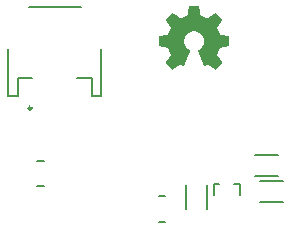
<source format=gbo>
G04*
G04 #@! TF.GenerationSoftware,Altium Limited,Altium Designer,22.10.1 (41)*
G04*
G04 Layer_Color=32896*
%FSLAX44Y44*%
%MOMM*%
G71*
G04*
G04 #@! TF.SameCoordinates,27488822-8B8A-45CA-B0CB-A5C5B456CCF3*
G04*
G04*
G04 #@! TF.FilePolarity,Positive*
G04*
G01*
G75*
%ADD10C,0.2500*%
%ADD11C,0.2000*%
G36*
X271044Y277546D02*
X266867Y273369D01*
X266789Y273337D01*
X266664Y273306D01*
X266507Y273322D01*
X266398Y273384D01*
X266288Y273463D01*
X266257Y273478D01*
X266038Y273635D01*
X266007Y273650D01*
X265788Y273807D01*
X265756Y273822D01*
X265537Y273979D01*
X265506Y273995D01*
X265287Y274151D01*
X265256Y274167D01*
X265037Y274323D01*
X265005Y274339D01*
X264786Y274495D01*
X264755Y274511D01*
X264645Y274589D01*
X264614Y274605D01*
X264583Y274636D01*
X264552Y274652D01*
X264442Y274730D01*
X264411Y274746D01*
X264192Y274902D01*
X264160Y274918D01*
X263941Y275074D01*
X263910Y275090D01*
X263691Y275246D01*
X263660Y275262D01*
X263441Y275418D01*
X263409Y275434D01*
X263190Y275590D01*
X263159Y275606D01*
X262940Y275763D01*
X262909Y275778D01*
X262799Y275856D01*
X262768Y275872D01*
X262737Y275903D01*
X262705Y275919D01*
X262596Y275997D01*
X262565Y276013D01*
X262346Y276169D01*
X262314Y276185D01*
X262095Y276341D01*
X262064Y276357D01*
X261845Y276514D01*
X261814Y276529D01*
X261595Y276686D01*
X261563Y276701D01*
X261344Y276858D01*
X261313Y276873D01*
X261094Y277030D01*
X261063Y277045D01*
X260844Y277202D01*
X260812Y277218D01*
X260703Y277296D01*
X260671Y277311D01*
X260640Y277343D01*
X260609Y277358D01*
X260499Y277421D01*
X260390Y277452D01*
X260280Y277468D01*
X260124Y277452D01*
X259608Y277186D01*
X257965Y276310D01*
X257761Y276201D01*
X257527Y276075D01*
X257355Y275997D01*
X257167Y276013D01*
X257081Y276083D01*
X257034Y276130D01*
X256971Y276271D01*
X256940Y276349D01*
X256893Y276459D01*
X256862Y276537D01*
X256815Y276646D01*
X256752Y276803D01*
X256705Y276912D01*
X256674Y276991D01*
X256627Y277100D01*
X256565Y277257D01*
X256518Y277366D01*
X256486Y277444D01*
X256439Y277554D01*
X256377Y277710D01*
X256330Y277820D01*
X256299Y277898D01*
X256252Y278008D01*
X256189Y278164D01*
X256142Y278274D01*
X256111Y278352D01*
X256064Y278461D01*
X256001Y278618D01*
X255954Y278727D01*
X255923Y278806D01*
X255876Y278915D01*
X255814Y279072D01*
X255767Y279181D01*
X255735Y279259D01*
X255688Y279369D01*
X255626Y279525D01*
X255579Y279635D01*
X255548Y279713D01*
X255501Y279823D01*
X255438Y279979D01*
X255391Y280089D01*
X255360Y280167D01*
X255313Y280276D01*
X255250Y280433D01*
X255203Y280542D01*
X255172Y280620D01*
X255125Y280730D01*
X255063Y280886D01*
X255016Y280996D01*
X254984Y281074D01*
X254937Y281184D01*
X254875Y281340D01*
X254828Y281450D01*
X254797Y281528D01*
X254750Y281637D01*
X254687Y281794D01*
X254640Y281903D01*
X254609Y281982D01*
X254562Y282091D01*
X254499Y282248D01*
X254452Y282357D01*
X254421Y282435D01*
X254374Y282545D01*
X254312Y282701D01*
X254265Y282811D01*
X254233Y282889D01*
X254186Y282999D01*
X254124Y283155D01*
X254077Y283265D01*
X254014Y283421D01*
X253967Y283530D01*
X253936Y283609D01*
X253889Y283718D01*
X253827Y283875D01*
X253780Y283984D01*
X253748Y284062D01*
X253701Y284172D01*
X253639Y284328D01*
X253592Y284438D01*
X253561Y284516D01*
X253514Y284626D01*
X253451Y284782D01*
X253404Y284892D01*
X253373Y284970D01*
X253326Y285079D01*
X253263Y285236D01*
X253216Y285345D01*
X253185Y285424D01*
X253138Y285533D01*
X253076Y285690D01*
X253029Y285799D01*
X252997Y285877D01*
X252950Y285987D01*
X252888Y286143D01*
X252841Y286253D01*
X252810Y286331D01*
X252763Y286441D01*
X252700Y286597D01*
X252653Y286707D01*
X252622Y286785D01*
X252575Y286894D01*
X252512Y287051D01*
X252465Y287160D01*
X252434Y287238D01*
X252387Y287348D01*
X252325Y287504D01*
X252278Y287614D01*
X252246Y287692D01*
X252199Y287802D01*
X252137Y287958D01*
X252090Y288068D01*
X252059Y288146D01*
X252012Y288255D01*
X251949Y288412D01*
X251902Y288521D01*
X251871Y288599D01*
X251824Y288709D01*
X251761Y288866D01*
X251714Y288975D01*
X251683Y289053D01*
X251667Y289163D01*
X251683Y289304D01*
X251785Y289452D01*
X251847Y289515D01*
X251988Y289593D01*
X252082Y289656D01*
X252113Y289671D01*
X252239Y289750D01*
X252270Y289765D01*
X252364Y289828D01*
X252395Y289843D01*
X252630Y290000D01*
X252825Y290148D01*
X252880Y290203D01*
X252911Y290219D01*
X252943Y290250D01*
X252974Y290266D01*
X253169Y290399D01*
X253263Y290461D01*
X253287Y290485D01*
X253318Y290501D01*
X253600Y290720D01*
X253686Y290790D01*
X253741Y290829D01*
X253787Y290876D01*
X253819Y290892D01*
X253897Y290970D01*
X253928Y290986D01*
X254053Y291111D01*
X254085Y291126D01*
X254562Y291604D01*
X254578Y291635D01*
X254703Y291760D01*
X254718Y291791D01*
X254797Y291869D01*
X254812Y291901D01*
X254875Y291963D01*
X254890Y291995D01*
X254937Y292041D01*
X254953Y292073D01*
X255000Y292120D01*
X255016Y292151D01*
X255047Y292182D01*
X255063Y292214D01*
X255110Y292261D01*
X255125Y292292D01*
X255156Y292323D01*
X255172Y292355D01*
X255391Y292667D01*
X255407Y292699D01*
X255485Y292808D01*
X255501Y292839D01*
X255579Y292965D01*
X255595Y292996D01*
X255673Y293121D01*
X255798Y293356D01*
X256064Y293903D01*
X256111Y294013D01*
X256236Y294326D01*
X256275Y294428D01*
X256424Y294889D01*
X256455Y294998D01*
X256471Y295061D01*
X256502Y295171D01*
X256565Y295421D01*
X256588Y295523D01*
X256619Y295679D01*
X256635Y295773D01*
X256651Y295851D01*
X256666Y295945D01*
X256705Y296266D01*
X256721Y296328D01*
X256744Y296618D01*
X256760Y296868D01*
X256768Y297705D01*
X256752Y297752D01*
X256729Y298135D01*
X256713Y298261D01*
X256690Y298472D01*
X256674Y298534D01*
X256651Y298699D01*
X256635Y298777D01*
X256604Y298965D01*
X256572Y299090D01*
X256557Y299168D01*
X256525Y299293D01*
X256510Y299371D01*
X256486Y299457D01*
X256424Y299676D01*
X256228Y300247D01*
X256103Y300560D01*
X256025Y300732D01*
X255993Y300811D01*
X255673Y301429D01*
X255548Y301648D01*
X255469Y301757D01*
X255454Y301789D01*
X255297Y302023D01*
X254992Y302438D01*
X254969Y302461D01*
X254953Y302493D01*
X254922Y302524D01*
X254906Y302555D01*
X254859Y302602D01*
X254844Y302633D01*
X254765Y302712D01*
X254750Y302743D01*
X254656Y302837D01*
X254640Y302868D01*
X254468Y303040D01*
X254452Y303071D01*
X254147Y303377D01*
X254116Y303392D01*
X253960Y303549D01*
X253928Y303564D01*
X253834Y303658D01*
X253803Y303674D01*
X253725Y303752D01*
X253694Y303768D01*
X253647Y303815D01*
X253615Y303830D01*
X253584Y303862D01*
X253553Y303877D01*
X253506Y303924D01*
X253475Y303940D01*
X253428Y303987D01*
X253396Y304002D01*
X253021Y304268D01*
X252990Y304284D01*
X252880Y304362D01*
X252849Y304378D01*
X252677Y304487D01*
X252505Y304581D01*
X252395Y304644D01*
X251722Y304972D01*
X251613Y305019D01*
X251378Y305113D01*
X251276Y305152D01*
X250768Y305317D01*
X250705Y305332D01*
X250486Y305395D01*
X250361Y305426D01*
X250259Y305450D01*
X250197Y305465D01*
X250119Y305481D01*
X250056Y305497D01*
X249868Y305528D01*
X249790Y305543D01*
X249696Y305559D01*
X249485Y305583D01*
X249422Y305598D01*
X249219Y305614D01*
X249156Y305630D01*
X248711Y305653D01*
X248077Y305661D01*
X248030Y305645D01*
X247592Y305630D01*
X247545Y305614D01*
X247318Y305590D01*
X247193Y305575D01*
X246989Y305543D01*
X246911Y305528D01*
X246724Y305497D01*
X246661Y305481D01*
X246583Y305465D01*
X246458Y305434D01*
X246379Y305418D01*
X246254Y305387D01*
X246168Y305364D01*
X245949Y305301D01*
X245472Y305137D01*
X245315Y305074D01*
X245190Y305027D01*
X245112Y304996D01*
X244854Y304879D01*
X244275Y304581D01*
X244166Y304519D01*
X244040Y304440D01*
X244009Y304425D01*
X243915Y304362D01*
X243884Y304347D01*
X243774Y304268D01*
X243743Y304253D01*
X243634Y304174D01*
X243602Y304159D01*
X243571Y304128D01*
X243540Y304112D01*
X243235Y303885D01*
X243211Y303862D01*
X243180Y303846D01*
X243133Y303799D01*
X243102Y303783D01*
X243055Y303736D01*
X243023Y303721D01*
X242945Y303643D01*
X242914Y303627D01*
X242820Y303533D01*
X242789Y303517D01*
X242585Y303314D01*
X242554Y303298D01*
X242358Y303103D01*
X242343Y303071D01*
X242139Y302868D01*
X242124Y302837D01*
X242030Y302743D01*
X242014Y302712D01*
X241936Y302633D01*
X241920Y302602D01*
X241873Y302555D01*
X241858Y302524D01*
X241811Y302477D01*
X241795Y302446D01*
X241764Y302414D01*
X241748Y302383D01*
X241701Y302336D01*
X241686Y302305D01*
X241654Y302274D01*
X241639Y302242D01*
X241607Y302211D01*
X241592Y302180D01*
X241404Y301914D01*
X241388Y301882D01*
X241310Y301773D01*
X241295Y301742D01*
X241185Y301570D01*
X241091Y301397D01*
X241029Y301288D01*
X240716Y300646D01*
X240653Y300506D01*
X240591Y300349D01*
X240551Y300247D01*
X240520Y300169D01*
X240372Y299708D01*
X240278Y299379D01*
X240246Y299254D01*
X240223Y299152D01*
X240207Y299090D01*
X240192Y299011D01*
X240176Y298949D01*
X240160Y298855D01*
X240145Y298777D01*
X240113Y298589D01*
X240074Y298268D01*
X240059Y298206D01*
X240027Y297705D01*
X240012Y297502D01*
X240027Y296641D01*
X240043Y296594D01*
X240059Y296313D01*
X240074Y296266D01*
X240098Y296070D01*
X240129Y295867D01*
X240145Y295773D01*
X240207Y295460D01*
X240317Y295022D01*
X240340Y294936D01*
X240403Y294733D01*
X240489Y294490D01*
X240551Y294318D01*
X240598Y294193D01*
X240661Y294036D01*
X240786Y293755D01*
X240825Y293669D01*
X241060Y293215D01*
X241122Y293105D01*
X241201Y292980D01*
X241216Y292949D01*
X241295Y292824D01*
X241310Y292792D01*
X241388Y292683D01*
X241404Y292652D01*
X241482Y292542D01*
X241498Y292511D01*
X241725Y292206D01*
X241764Y292151D01*
X241834Y292065D01*
X241960Y291909D01*
X241999Y291869D01*
X242014Y291838D01*
X242093Y291760D01*
X242108Y291729D01*
X242249Y291588D01*
X242265Y291556D01*
X242695Y291126D01*
X242726Y291111D01*
X242851Y290986D01*
X242883Y290970D01*
X242961Y290892D01*
X242992Y290876D01*
X243070Y290798D01*
X243102Y290782D01*
X243149Y290735D01*
X243180Y290720D01*
X243227Y290673D01*
X243258Y290657D01*
X243289Y290626D01*
X243321Y290610D01*
X243352Y290579D01*
X243383Y290563D01*
X243415Y290532D01*
X243446Y290516D01*
X243477Y290485D01*
X243508Y290469D01*
X243727Y290313D01*
X243759Y290297D01*
X243868Y290219D01*
X243900Y290203D01*
X243978Y290125D01*
X244009Y290109D01*
X244056Y290062D01*
X244087Y290047D01*
X244119Y290016D01*
X244150Y290000D01*
X244181Y289968D01*
X244212Y289953D01*
X244306Y289890D01*
X244338Y289875D01*
X244431Y289812D01*
X244463Y289796D01*
X244635Y289687D01*
X244666Y289671D01*
X244791Y289593D01*
X244823Y289577D01*
X244916Y289515D01*
X244948Y289499D01*
X245049Y289398D01*
X245096Y289288D01*
X245112Y289225D01*
X245096Y289038D01*
X245034Y288897D01*
X244971Y288740D01*
X244924Y288631D01*
X244893Y288553D01*
X244846Y288443D01*
X244784Y288287D01*
X244737Y288177D01*
X244705Y288099D01*
X244658Y287989D01*
X244596Y287833D01*
X244549Y287723D01*
X244518Y287645D01*
X244471Y287536D01*
X244408Y287379D01*
X244361Y287270D01*
X244330Y287192D01*
X244283Y287082D01*
X244220Y286926D01*
X244173Y286816D01*
X244142Y286738D01*
X244095Y286628D01*
X244033Y286472D01*
X243986Y286362D01*
X243954Y286284D01*
X243907Y286175D01*
X243845Y286018D01*
X243798Y285909D01*
X243767Y285830D01*
X243720Y285721D01*
X243657Y285564D01*
X243610Y285455D01*
X243579Y285377D01*
X243532Y285267D01*
X243469Y285111D01*
X243422Y285001D01*
X243391Y284923D01*
X243344Y284813D01*
X243282Y284657D01*
X243235Y284547D01*
X243203Y284469D01*
X243156Y284360D01*
X243094Y284203D01*
X243047Y284094D01*
X243016Y284016D01*
X242969Y283906D01*
X242906Y283750D01*
X242859Y283640D01*
X242828Y283562D01*
X242781Y283452D01*
X242718Y283296D01*
X242671Y283186D01*
X242640Y283108D01*
X242593Y282999D01*
X242531Y282842D01*
X242484Y282733D01*
X242452Y282654D01*
X242405Y282545D01*
X242343Y282388D01*
X242296Y282279D01*
X242265Y282201D01*
X242218Y282091D01*
X242155Y281935D01*
X242108Y281825D01*
X242077Y281747D01*
X242030Y281637D01*
X241967Y281481D01*
X241920Y281371D01*
X241889Y281293D01*
X241842Y281184D01*
X241780Y281027D01*
X241733Y280918D01*
X241701Y280839D01*
X241654Y280730D01*
X241592Y280574D01*
X241545Y280464D01*
X241514Y280386D01*
X241467Y280276D01*
X241404Y280120D01*
X241357Y280010D01*
X241326Y279932D01*
X241279Y279823D01*
X241216Y279666D01*
X241169Y279557D01*
X241138Y279478D01*
X241091Y279369D01*
X241029Y279212D01*
X240982Y279103D01*
X240950Y279025D01*
X240903Y278915D01*
X240872Y278837D01*
X240825Y278727D01*
X240763Y278571D01*
X240716Y278461D01*
X240685Y278383D01*
X240637Y278274D01*
X240575Y278117D01*
X240528Y278008D01*
X240497Y277929D01*
X240450Y277820D01*
X240387Y277663D01*
X240340Y277554D01*
X240309Y277476D01*
X240262Y277366D01*
X240200Y277210D01*
X240152Y277100D01*
X240121Y277022D01*
X240074Y276912D01*
X240012Y276756D01*
X239965Y276646D01*
X239933Y276568D01*
X239886Y276459D01*
X239824Y276302D01*
X239777Y276193D01*
X239707Y276075D01*
X239675Y276060D01*
X239644Y276028D01*
X239534Y275997D01*
X239378Y276013D01*
X239081Y276169D01*
X238846Y276294D01*
X238643Y276404D01*
X237235Y277155D01*
X237031Y277264D01*
X236797Y277390D01*
X236687Y277437D01*
X236625Y277452D01*
X236515Y277468D01*
X236359Y277452D01*
X236280Y277421D01*
X236249Y277405D01*
X236100Y277304D01*
X235913Y277178D01*
X235889Y277155D01*
X235858Y277139D01*
X235748Y277061D01*
X235717Y277045D01*
X235498Y276889D01*
X235467Y276873D01*
X235248Y276717D01*
X235216Y276701D01*
X234997Y276545D01*
X234966Y276529D01*
X234747Y276373D01*
X234716Y276357D01*
X234497Y276201D01*
X234465Y276185D01*
X234356Y276107D01*
X234325Y276091D01*
X234293Y276060D01*
X234262Y276044D01*
X234153Y275966D01*
X234121Y275950D01*
X233902Y275794D01*
X233871Y275778D01*
X233652Y275622D01*
X233621Y275606D01*
X233402Y275450D01*
X233370Y275434D01*
X233151Y275278D01*
X233120Y275262D01*
X232901Y275105D01*
X232870Y275090D01*
X232651Y274933D01*
X232619Y274918D01*
X232510Y274839D01*
X232479Y274824D01*
X232447Y274792D01*
X232416Y274777D01*
X232306Y274699D01*
X232275Y274683D01*
X232056Y274527D01*
X232025Y274511D01*
X231806Y274354D01*
X231774Y274339D01*
X231555Y274182D01*
X231524Y274167D01*
X231305Y274010D01*
X231274Y273995D01*
X231055Y273838D01*
X231023Y273822D01*
X230804Y273666D01*
X230773Y273650D01*
X230554Y273494D01*
X230523Y273478D01*
X230413Y273400D01*
X230382Y273384D01*
X230241Y273322D01*
X230179Y273306D01*
X230022Y273322D01*
X229881Y273400D01*
X224445Y278837D01*
X224398Y278946D01*
X224382Y279056D01*
X224398Y279212D01*
X224609Y279533D01*
X224726Y279697D01*
X224742Y279729D01*
X224898Y279948D01*
X224914Y279979D01*
X224992Y280089D01*
X225008Y280120D01*
X225039Y280151D01*
X225055Y280182D01*
X225133Y280292D01*
X225149Y280323D01*
X225305Y280542D01*
X225321Y280574D01*
X225477Y280793D01*
X225493Y280824D01*
X225649Y281043D01*
X225665Y281074D01*
X225821Y281293D01*
X225837Y281325D01*
X225915Y281434D01*
X225931Y281465D01*
X225962Y281497D01*
X225978Y281528D01*
X226056Y281637D01*
X226072Y281669D01*
X226228Y281888D01*
X226244Y281919D01*
X226400Y282138D01*
X226416Y282169D01*
X226572Y282388D01*
X226588Y282420D01*
X226744Y282639D01*
X226760Y282670D01*
X226838Y282780D01*
X226854Y282811D01*
X226885Y282842D01*
X226901Y282873D01*
X226979Y282983D01*
X226995Y283014D01*
X227151Y283233D01*
X227167Y283265D01*
X227323Y283484D01*
X227339Y283515D01*
X227495Y283734D01*
X227511Y283765D01*
X227668Y283984D01*
X227683Y284016D01*
X227840Y284235D01*
X227855Y284266D01*
X227934Y284375D01*
X227949Y284407D01*
X227980Y284438D01*
X227996Y284469D01*
X228074Y284579D01*
X228090Y284610D01*
X228246Y284829D01*
X228262Y284860D01*
X228419Y285079D01*
X228434Y285111D01*
X228544Y285267D01*
X228591Y285377D01*
X228606Y285486D01*
X228622Y285549D01*
X228606Y285721D01*
X226322Y291431D01*
X226244Y291572D01*
X226111Y291705D01*
X226080Y291721D01*
X225939Y291783D01*
X225876Y291799D01*
X225610Y291846D01*
X225548Y291862D01*
X225360Y291893D01*
X225297Y291909D01*
X225188Y291924D01*
X225125Y291940D01*
X224937Y291971D01*
X224875Y291987D01*
X224687Y292018D01*
X224625Y292034D01*
X224437Y292065D01*
X224374Y292081D01*
X224265Y292096D01*
X224202Y292112D01*
X224014Y292143D01*
X223952Y292159D01*
X223764Y292190D01*
X223701Y292206D01*
X223592Y292222D01*
X223529Y292237D01*
X223342Y292268D01*
X223279Y292284D01*
X223091Y292315D01*
X223029Y292331D01*
X222919Y292347D01*
X222857Y292362D01*
X222669Y292394D01*
X222606Y292409D01*
X222418Y292440D01*
X222356Y292456D01*
X222246Y292472D01*
X222184Y292487D01*
X221996Y292519D01*
X221933Y292534D01*
X221746Y292566D01*
X221683Y292581D01*
X221495Y292613D01*
X221433Y292628D01*
X221323Y292644D01*
X221261Y292659D01*
X221073Y292691D01*
X221010Y292707D01*
X220823Y292738D01*
X220760Y292753D01*
X220651Y292769D01*
X220588Y292785D01*
X220400Y292816D01*
X220338Y292832D01*
X220150Y292863D01*
X220087Y292879D01*
X219978Y292894D01*
X219915Y292910D01*
X219727Y292941D01*
X219665Y292957D01*
X219477Y292988D01*
X219415Y293004D01*
X219305Y293019D01*
X219242Y293035D01*
X219055Y293066D01*
X218992Y293082D01*
X218804Y293113D01*
X218742Y293129D01*
X218656Y293152D01*
X218531Y293231D01*
X218468Y293293D01*
X218452Y293325D01*
X218390Y293465D01*
X218405Y301241D01*
X218468Y301350D01*
X218570Y301452D01*
X218679Y301499D01*
X218742Y301515D01*
X219008Y301562D01*
X219070Y301577D01*
X219258Y301609D01*
X219321Y301624D01*
X219430Y301640D01*
X219493Y301656D01*
X219681Y301687D01*
X219743Y301703D01*
X219931Y301734D01*
X219993Y301749D01*
X220103Y301765D01*
X220166Y301781D01*
X220353Y301812D01*
X220416Y301828D01*
X220604Y301859D01*
X220666Y301875D01*
X220776Y301890D01*
X220838Y301906D01*
X221026Y301937D01*
X221089Y301953D01*
X221276Y301984D01*
X221339Y302000D01*
X221448Y302015D01*
X221511Y302031D01*
X221699Y302062D01*
X221761Y302078D01*
X221949Y302109D01*
X222012Y302125D01*
X222121Y302141D01*
X222184Y302156D01*
X222372Y302188D01*
X222434Y302203D01*
X222622Y302234D01*
X222684Y302250D01*
X222872Y302281D01*
X222935Y302297D01*
X223044Y302313D01*
X223107Y302328D01*
X223295Y302360D01*
X223357Y302375D01*
X223545Y302407D01*
X223608Y302422D01*
X223717Y302438D01*
X223780Y302453D01*
X223967Y302485D01*
X224030Y302500D01*
X224218Y302532D01*
X224280Y302547D01*
X224390Y302563D01*
X224452Y302579D01*
X224640Y302610D01*
X224703Y302626D01*
X224890Y302657D01*
X224953Y302673D01*
X225063Y302688D01*
X225125Y302704D01*
X225313Y302735D01*
X225375Y302751D01*
X225563Y302782D01*
X225626Y302798D01*
X225735Y302813D01*
X225798Y302829D01*
X225986Y302860D01*
X226048Y302876D01*
X226150Y302899D01*
X226283Y302970D01*
X226314Y303001D01*
X226346Y303017D01*
X226447Y303118D01*
X226463Y303150D01*
X226572Y303384D01*
X228778Y308532D01*
X228810Y308610D01*
X228825Y308720D01*
X228810Y308939D01*
X228778Y309017D01*
X228716Y309126D01*
X228638Y309236D01*
X228622Y309267D01*
X228591Y309298D01*
X228575Y309330D01*
X228497Y309439D01*
X228481Y309471D01*
X228325Y309690D01*
X228309Y309721D01*
X228153Y309940D01*
X228137Y309971D01*
X227980Y310190D01*
X227965Y310222D01*
X227887Y310331D01*
X227871Y310362D01*
X227840Y310394D01*
X227824Y310425D01*
X227746Y310534D01*
X227730Y310566D01*
X227574Y310785D01*
X227558Y310816D01*
X227402Y311035D01*
X227386Y311066D01*
X227229Y311285D01*
X227214Y311317D01*
X227057Y311536D01*
X227042Y311567D01*
X226964Y311677D01*
X226948Y311708D01*
X226917Y311739D01*
X226901Y311770D01*
X226823Y311880D01*
X226807Y311911D01*
X226651Y312130D01*
X226635Y312162D01*
X226479Y312381D01*
X226463Y312412D01*
X226306Y312631D01*
X226291Y312662D01*
X226134Y312881D01*
X226119Y312913D01*
X226040Y313022D01*
X226025Y313053D01*
X225993Y313085D01*
X225978Y313116D01*
X225900Y313225D01*
X225884Y313257D01*
X225728Y313476D01*
X225712Y313507D01*
X225555Y313726D01*
X225540Y313757D01*
X225383Y313976D01*
X225368Y314008D01*
X225211Y314227D01*
X225196Y314258D01*
X225117Y314368D01*
X225102Y314399D01*
X225070Y314430D01*
X225055Y314461D01*
X224977Y314571D01*
X224961Y314602D01*
X224804Y314821D01*
X224789Y314853D01*
X224632Y315072D01*
X224617Y315103D01*
X224460Y315322D01*
X224445Y315353D01*
X224398Y315463D01*
X224382Y315525D01*
X224398Y315713D01*
X224460Y315823D01*
X229913Y321275D01*
X229991Y321306D01*
X230116Y321338D01*
X230273Y321322D01*
X230413Y321244D01*
X230445Y321212D01*
X230476Y321197D01*
X230585Y321119D01*
X230617Y321103D01*
X230836Y320946D01*
X230867Y320931D01*
X231086Y320774D01*
X231117Y320759D01*
X231336Y320602D01*
X231368Y320587D01*
X231477Y320508D01*
X231509Y320493D01*
X231540Y320461D01*
X231571Y320446D01*
X231681Y320368D01*
X231712Y320352D01*
X231931Y320195D01*
X231962Y320180D01*
X232181Y320023D01*
X232213Y320008D01*
X232432Y319851D01*
X232463Y319836D01*
X232682Y319679D01*
X232713Y319663D01*
X232932Y319507D01*
X232964Y319491D01*
X233073Y319413D01*
X233104Y319398D01*
X233136Y319366D01*
X233167Y319350D01*
X233276Y319272D01*
X233308Y319257D01*
X233527Y319100D01*
X233558Y319085D01*
X233777Y318928D01*
X233808Y318913D01*
X234027Y318756D01*
X234059Y318740D01*
X234278Y318584D01*
X234309Y318568D01*
X234528Y318412D01*
X234559Y318396D01*
X234778Y318240D01*
X234810Y318224D01*
X234919Y318146D01*
X234950Y318130D01*
X234982Y318099D01*
X235013Y318083D01*
X235123Y318005D01*
X235154Y317989D01*
X235373Y317833D01*
X235404Y317817D01*
X235623Y317661D01*
X235655Y317645D01*
X235874Y317489D01*
X235905Y317473D01*
X236124Y317317D01*
X236155Y317301D01*
X236374Y317145D01*
X236405Y317129D01*
X236515Y317051D01*
X236546Y317035D01*
X236578Y317004D01*
X236609Y316988D01*
X236718Y316910D01*
X236750Y316894D01*
X236891Y316832D01*
X237047Y316816D01*
X237235Y316832D01*
X237344Y316879D01*
X237579Y316972D01*
X237688Y317019D01*
X237845Y317082D01*
X237954Y317129D01*
X238189Y317223D01*
X238299Y317270D01*
X238533Y317364D01*
X238643Y317411D01*
X238877Y317504D01*
X238987Y317551D01*
X239222Y317645D01*
X239331Y317692D01*
X239566Y317786D01*
X239675Y317833D01*
X239910Y317927D01*
X240019Y317974D01*
X240254Y318068D01*
X240364Y318115D01*
X240520Y318177D01*
X240630Y318224D01*
X240864Y318318D01*
X240974Y318365D01*
X241209Y318459D01*
X241318Y318506D01*
X241553Y318600D01*
X241662Y318647D01*
X241897Y318740D01*
X242006Y318787D01*
X242241Y318881D01*
X242351Y318928D01*
X242429Y318959D01*
X242539Y319022D01*
X242624Y319092D01*
X242671Y319139D01*
X242687Y319171D01*
X242718Y319202D01*
X242765Y319311D01*
X242797Y319437D01*
X242812Y319546D01*
X242828Y319609D01*
X242859Y319796D01*
X242875Y319859D01*
X242890Y319968D01*
X242906Y320031D01*
X242937Y320219D01*
X242953Y320281D01*
X242984Y320469D01*
X243000Y320532D01*
X243016Y320641D01*
X243031Y320704D01*
X243063Y320892D01*
X243078Y320954D01*
X243109Y321142D01*
X243125Y321204D01*
X243141Y321314D01*
X243156Y321377D01*
X243188Y321564D01*
X243203Y321627D01*
X243235Y321815D01*
X243250Y321877D01*
X243266Y321987D01*
X243282Y322049D01*
X243313Y322237D01*
X243328Y322300D01*
X243360Y322487D01*
X243375Y322550D01*
X243391Y322659D01*
X243407Y322722D01*
X243438Y322910D01*
X243454Y322972D01*
X243485Y323160D01*
X243501Y323223D01*
X243516Y323332D01*
X243532Y323395D01*
X243563Y323583D01*
X243579Y323645D01*
X243610Y323833D01*
X243626Y323895D01*
X243641Y324005D01*
X243657Y324068D01*
X243688Y324255D01*
X243704Y324318D01*
X243735Y324506D01*
X243751Y324568D01*
X243767Y324678D01*
X243782Y324740D01*
X243813Y324928D01*
X243829Y324991D01*
X243860Y325178D01*
X243876Y325241D01*
X243892Y325350D01*
X243907Y325413D01*
X243939Y325601D01*
X243954Y325663D01*
X243986Y325851D01*
X244001Y325914D01*
X244017Y326023D01*
X244033Y326086D01*
X244064Y326274D01*
X244079Y326336D01*
X244111Y326524D01*
X244126Y326586D01*
X244142Y326696D01*
X244158Y326759D01*
X244189Y326946D01*
X244205Y327009D01*
X244244Y327111D01*
X244283Y327165D01*
X244306Y327205D01*
X244338Y327220D01*
X244385Y327267D01*
X244494Y327314D01*
X244557Y327330D01*
X252317Y327314D01*
X252465Y327212D01*
X252497Y327181D01*
X252512Y327150D01*
X252575Y327009D01*
X252591Y326946D01*
X252606Y326837D01*
X252622Y326774D01*
X252653Y326586D01*
X252669Y326524D01*
X252684Y326414D01*
X252700Y326352D01*
X252731Y326164D01*
X252747Y326101D01*
X252778Y325914D01*
X252794Y325851D01*
X252810Y325742D01*
X252825Y325679D01*
X252857Y325491D01*
X252872Y325429D01*
X252903Y325241D01*
X252919Y325178D01*
X252935Y325069D01*
X252950Y325006D01*
X252982Y324819D01*
X252997Y324756D01*
X253029Y324568D01*
X253044Y324506D01*
X253060Y324396D01*
X253076Y324334D01*
X253107Y324146D01*
X253123Y324083D01*
X253154Y323895D01*
X253169Y323833D01*
X253185Y323723D01*
X253201Y323661D01*
X253232Y323473D01*
X253248Y323410D01*
X253279Y323223D01*
X253295Y323160D01*
X253310Y323051D01*
X253326Y322988D01*
X253357Y322800D01*
X253373Y322738D01*
X253404Y322550D01*
X253420Y322487D01*
X253435Y322378D01*
X253451Y322315D01*
X253482Y322128D01*
X253498Y322065D01*
X253529Y321877D01*
X253545Y321815D01*
X253561Y321705D01*
X253576Y321643D01*
X253608Y321455D01*
X253623Y321392D01*
X253654Y321204D01*
X253670Y321142D01*
X253686Y321032D01*
X253701Y320970D01*
X253733Y320782D01*
X253748Y320719D01*
X253780Y320532D01*
X253795Y320469D01*
X253811Y320360D01*
X253827Y320297D01*
X253858Y320109D01*
X253874Y320047D01*
X253905Y319859D01*
X253920Y319796D01*
X253936Y319687D01*
X253952Y319624D01*
X253983Y319437D01*
X253999Y319374D01*
X254038Y319272D01*
X254116Y319147D01*
X254194Y319053D01*
X254226Y319038D01*
X254257Y319006D01*
X254288Y318991D01*
X254429Y318928D01*
X254585Y318866D01*
X254695Y318819D01*
X254930Y318725D01*
X255039Y318678D01*
X255274Y318584D01*
X255383Y318537D01*
X255618Y318443D01*
X255728Y318396D01*
X255962Y318302D01*
X256072Y318255D01*
X256306Y318162D01*
X256416Y318115D01*
X256651Y318021D01*
X256760Y317974D01*
X256995Y317880D01*
X257104Y317833D01*
X257261Y317770D01*
X257370Y317723D01*
X257605Y317630D01*
X257714Y317583D01*
X257949Y317489D01*
X258059Y317442D01*
X258293Y317348D01*
X258403Y317301D01*
X258638Y317207D01*
X258747Y317160D01*
X258982Y317066D01*
X259091Y317019D01*
X259326Y316926D01*
X259435Y316879D01*
X259514Y316847D01*
X259639Y316816D01*
X259905Y316832D01*
X260108Y316941D01*
X260140Y316972D01*
X260171Y316988D01*
X260280Y317066D01*
X260312Y317082D01*
X260531Y317238D01*
X260562Y317254D01*
X260781Y317411D01*
X260812Y317426D01*
X261031Y317583D01*
X261063Y317598D01*
X261282Y317755D01*
X261313Y317770D01*
X261532Y317927D01*
X261563Y317943D01*
X261673Y318021D01*
X261704Y318036D01*
X261735Y318068D01*
X261767Y318083D01*
X261876Y318162D01*
X261907Y318177D01*
X262127Y318334D01*
X262158Y318349D01*
X262377Y318506D01*
X262408Y318521D01*
X262627Y318678D01*
X262658Y318693D01*
X262877Y318850D01*
X262909Y318866D01*
X263128Y319022D01*
X263159Y319038D01*
X263269Y319116D01*
X263300Y319132D01*
X263331Y319163D01*
X263362Y319178D01*
X263472Y319257D01*
X263503Y319272D01*
X263722Y319429D01*
X263754Y319444D01*
X263973Y319601D01*
X264004Y319617D01*
X264223Y319773D01*
X264254Y319789D01*
X264473Y319945D01*
X264505Y319961D01*
X264724Y320117D01*
X264755Y320133D01*
X264864Y320211D01*
X264896Y320227D01*
X264927Y320258D01*
X264958Y320274D01*
X265068Y320352D01*
X265099Y320368D01*
X265318Y320524D01*
X265349Y320540D01*
X265568Y320696D01*
X265600Y320712D01*
X265819Y320868D01*
X265850Y320884D01*
X266069Y321040D01*
X266100Y321056D01*
X266319Y321212D01*
X266351Y321228D01*
X266445Y321291D01*
X266523Y321322D01*
X266632Y321338D01*
X266773Y321322D01*
X266883Y321259D01*
X266914Y321228D01*
X266945Y321212D01*
X272288Y315869D01*
X272304Y315838D01*
X272335Y315807D01*
X272382Y315697D01*
X272398Y315635D01*
X272382Y315431D01*
X272319Y315322D01*
X272288Y315291D01*
X272272Y315259D01*
X272194Y315150D01*
X272179Y315119D01*
X272022Y314899D01*
X272006Y314868D01*
X271850Y314649D01*
X271834Y314618D01*
X271678Y314399D01*
X271662Y314368D01*
X271584Y314258D01*
X271568Y314227D01*
X271537Y314195D01*
X271521Y314164D01*
X271443Y314055D01*
X271428Y314023D01*
X271271Y313804D01*
X271255Y313773D01*
X271099Y313554D01*
X271083Y313523D01*
X270927Y313304D01*
X270911Y313272D01*
X270833Y313163D01*
X270818Y313132D01*
X270786Y313100D01*
X270770Y313069D01*
X270692Y312959D01*
X270677Y312928D01*
X270520Y312709D01*
X270504Y312678D01*
X270348Y312459D01*
X270333Y312428D01*
X270176Y312208D01*
X270160Y312177D01*
X270082Y312068D01*
X270067Y312036D01*
X270035Y312005D01*
X270020Y311974D01*
X269941Y311864D01*
X269926Y311833D01*
X269769Y311614D01*
X269754Y311583D01*
X269597Y311364D01*
X269582Y311332D01*
X269425Y311113D01*
X269409Y311082D01*
X269331Y310972D01*
X269315Y310941D01*
X269284Y310910D01*
X269269Y310879D01*
X269190Y310769D01*
X269175Y310738D01*
X269018Y310519D01*
X269003Y310487D01*
X268846Y310268D01*
X268831Y310237D01*
X268674Y310018D01*
X268658Y309987D01*
X268580Y309877D01*
X268564Y309846D01*
X268533Y309815D01*
X268518Y309783D01*
X268439Y309674D01*
X268424Y309643D01*
X268267Y309424D01*
X268252Y309392D01*
X268095Y309173D01*
X268079Y309142D01*
X268017Y309048D01*
X267986Y308970D01*
X267970Y308907D01*
X267954Y308798D01*
X267970Y308610D01*
X270223Y303353D01*
X270285Y303212D01*
X270301Y303181D01*
X270411Y303040D01*
X270450Y303001D01*
X270481Y302985D01*
X270512Y302954D01*
X270653Y302892D01*
X270841Y302860D01*
X270903Y302845D01*
X271091Y302813D01*
X271154Y302798D01*
X271263Y302782D01*
X271326Y302766D01*
X271514Y302735D01*
X271576Y302719D01*
X271764Y302688D01*
X271827Y302673D01*
X271936Y302657D01*
X271999Y302641D01*
X272186Y302610D01*
X272249Y302594D01*
X272437Y302563D01*
X272499Y302547D01*
X272609Y302532D01*
X272671Y302516D01*
X272859Y302485D01*
X272922Y302469D01*
X273109Y302438D01*
X273172Y302422D01*
X273282Y302407D01*
X273344Y302391D01*
X273532Y302360D01*
X273594Y302344D01*
X273782Y302313D01*
X273845Y302297D01*
X273954Y302281D01*
X274017Y302266D01*
X274205Y302234D01*
X274267Y302219D01*
X274455Y302188D01*
X274518Y302172D01*
X274627Y302156D01*
X274690Y302141D01*
X274877Y302109D01*
X274940Y302094D01*
X275128Y302062D01*
X275190Y302047D01*
X275300Y302031D01*
X275362Y302015D01*
X275550Y301984D01*
X275613Y301968D01*
X275800Y301937D01*
X275863Y301922D01*
X275973Y301906D01*
X276035Y301890D01*
X276223Y301859D01*
X276285Y301843D01*
X276473Y301812D01*
X276536Y301796D01*
X276645Y301781D01*
X276708Y301765D01*
X276896Y301734D01*
X276958Y301718D01*
X277068Y301703D01*
X277130Y301687D01*
X277318Y301656D01*
X277381Y301640D01*
X277568Y301609D01*
X277631Y301593D01*
X277740Y301577D01*
X277803Y301562D01*
X277991Y301530D01*
X278116Y301499D01*
X278225Y301437D01*
X278327Y301335D01*
X278374Y301225D01*
X278390Y301163D01*
X278374Y293403D01*
X278312Y293293D01*
X278210Y293192D01*
X278100Y293144D01*
X278038Y293129D01*
X277850Y293098D01*
X277787Y293082D01*
X277600Y293051D01*
X277537Y293035D01*
X277349Y293004D01*
X277287Y292988D01*
X277177Y292972D01*
X277115Y292957D01*
X276927Y292925D01*
X276864Y292910D01*
X276677Y292879D01*
X276614Y292863D01*
X276505Y292847D01*
X276442Y292832D01*
X276254Y292800D01*
X276192Y292785D01*
X276004Y292753D01*
X275941Y292738D01*
X275832Y292722D01*
X275769Y292707D01*
X275581Y292675D01*
X275519Y292659D01*
X275331Y292628D01*
X275269Y292613D01*
X275159Y292597D01*
X275096Y292581D01*
X274909Y292550D01*
X274846Y292534D01*
X274658Y292503D01*
X274596Y292487D01*
X274486Y292472D01*
X274424Y292456D01*
X274236Y292425D01*
X274173Y292409D01*
X273986Y292378D01*
X273923Y292362D01*
X273813Y292347D01*
X273751Y292331D01*
X273563Y292300D01*
X273501Y292284D01*
X273313Y292253D01*
X273250Y292237D01*
X273141Y292222D01*
X273078Y292206D01*
X272890Y292174D01*
X272828Y292159D01*
X272640Y292128D01*
X272578Y292112D01*
X272468Y292096D01*
X272405Y292081D01*
X272218Y292049D01*
X272155Y292034D01*
X272046Y292018D01*
X271983Y292002D01*
X271795Y291971D01*
X271733Y291956D01*
X271545Y291924D01*
X271482Y291909D01*
X271373Y291893D01*
X271310Y291877D01*
X271122Y291846D01*
X271060Y291830D01*
X270802Y291776D01*
X270645Y291682D01*
X270520Y291556D01*
X270504Y291525D01*
X270426Y291353D01*
X268205Y285799D01*
X268173Y285690D01*
X268158Y285533D01*
X268173Y285486D01*
X268189Y285377D01*
X268283Y285205D01*
X268361Y285095D01*
X268377Y285064D01*
X268533Y284845D01*
X268549Y284813D01*
X268705Y284594D01*
X268721Y284563D01*
X268877Y284344D01*
X268893Y284313D01*
X269049Y284094D01*
X269065Y284062D01*
X269143Y283953D01*
X269159Y283922D01*
X269190Y283890D01*
X269206Y283859D01*
X269284Y283750D01*
X269300Y283718D01*
X269456Y283499D01*
X269472Y283468D01*
X269628Y283249D01*
X269644Y283218D01*
X269800Y282999D01*
X269816Y282967D01*
X269973Y282748D01*
X269988Y282717D01*
X270067Y282607D01*
X270082Y282576D01*
X270113Y282545D01*
X270129Y282514D01*
X270207Y282404D01*
X270223Y282373D01*
X270379Y282154D01*
X270395Y282122D01*
X270551Y281903D01*
X270567Y281872D01*
X270724Y281653D01*
X270739Y281622D01*
X270896Y281403D01*
X270911Y281371D01*
X270990Y281262D01*
X271005Y281231D01*
X271036Y281199D01*
X271052Y281168D01*
X271130Y281059D01*
X271146Y281027D01*
X271303Y280808D01*
X271318Y280777D01*
X271475Y280558D01*
X271490Y280527D01*
X271647Y280308D01*
X271662Y280276D01*
X271819Y280057D01*
X271834Y280026D01*
X271913Y279916D01*
X271928Y279885D01*
X271960Y279854D01*
X271975Y279823D01*
X272053Y279713D01*
X272069Y279682D01*
X272225Y279463D01*
X272241Y279431D01*
X272351Y279275D01*
X272382Y279197D01*
X272398Y279134D01*
X272382Y278931D01*
X272319Y278821D01*
X271052Y277554D01*
X271044Y277546D01*
D02*
G37*
D10*
X110750Y240542D02*
G03*
X110750Y240542I-1250J0D01*
G01*
D11*
X304125Y179180D02*
X323923D01*
X304125Y161180D02*
X323923D01*
X218496Y165940D02*
X223464D01*
X218496Y143940D02*
X223464D01*
X259190Y155535D02*
Y175333D01*
X241190Y155535D02*
Y175333D01*
X300055Y201250D02*
X319854D01*
X300055Y183250D02*
X319854D01*
X115226Y195920D02*
X121636D01*
X115342Y174920D02*
X120994D01*
X91000Y250542D02*
Y290542D01*
Y250542D02*
X99000D01*
Y266542D01*
X111500D01*
X149500D02*
X162000D01*
Y250542D02*
Y266542D01*
Y250542D02*
X170000D01*
Y290542D01*
X108500Y326542D02*
X152500D01*
X287000Y167100D02*
Y176049D01*
X265000D02*
X269689D01*
X282311D02*
X287000D01*
X265000Y167100D02*
Y176049D01*
M02*

</source>
